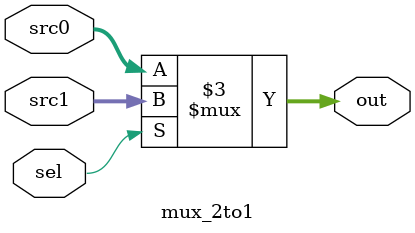
<source format=sv>

module mux_2to1 #(
  parameter DATAWIDTH = 32
) (
  output logic[DATAWIDTH - 1 : 0] out,
  input sel,
  input [DATAWIDTH - 1 : 0] src0,
  input [DATAWIDTH - 1 : 0] src1
);

  always_comb begin : mux
    out = (sel == 1'b0)? src0:src1;
  end : mux
endmodule

</source>
